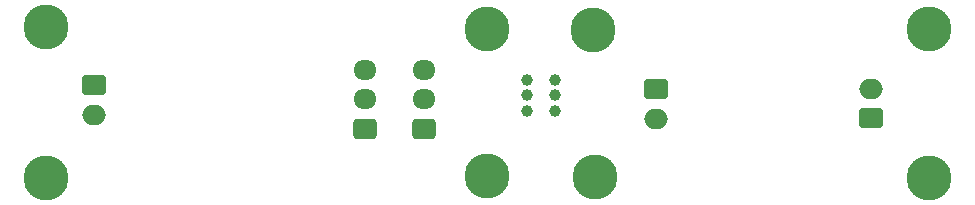
<source format=gbs>
%TF.GenerationSoftware,KiCad,Pcbnew,9.0.0*%
%TF.CreationDate,2025-04-24T22:58:58+03:00*%
%TF.ProjectId,PSU,5053552e-6b69-4636-9164-5f7063625858,rev?*%
%TF.SameCoordinates,Original*%
%TF.FileFunction,Soldermask,Bot*%
%TF.FilePolarity,Negative*%
%FSLAX46Y46*%
G04 Gerber Fmt 4.6, Leading zero omitted, Abs format (unit mm)*
G04 Created by KiCad (PCBNEW 9.0.0) date 2025-04-24 22:58:58*
%MOMM*%
%LPD*%
G01*
G04 APERTURE LIST*
G04 Aperture macros list*
%AMRoundRect*
0 Rectangle with rounded corners*
0 $1 Rounding radius*
0 $2 $3 $4 $5 $6 $7 $8 $9 X,Y pos of 4 corners*
0 Add a 4 corners polygon primitive as box body*
4,1,4,$2,$3,$4,$5,$6,$7,$8,$9,$2,$3,0*
0 Add four circle primitives for the rounded corners*
1,1,$1+$1,$2,$3*
1,1,$1+$1,$4,$5*
1,1,$1+$1,$6,$7*
1,1,$1+$1,$8,$9*
0 Add four rect primitives between the rounded corners*
20,1,$1+$1,$2,$3,$4,$5,0*
20,1,$1+$1,$4,$5,$6,$7,0*
20,1,$1+$1,$6,$7,$8,$9,0*
20,1,$1+$1,$8,$9,$2,$3,0*%
G04 Aperture macros list end*
%ADD10C,1.000000*%
%ADD11O,2.000000X1.700000*%
%ADD12RoundRect,0.250000X-0.750000X0.600000X-0.750000X-0.600000X0.750000X-0.600000X0.750000X0.600000X0*%
%ADD13O,1.950000X1.700000*%
%ADD14RoundRect,0.250000X0.725000X-0.600000X0.725000X0.600000X-0.725000X0.600000X-0.725000X-0.600000X0*%
%ADD15C,3.800000*%
%ADD16C,2.600000*%
%ADD17RoundRect,0.250000X0.750000X-0.600000X0.750000X0.600000X-0.750000X0.600000X-0.750000X-0.600000X0*%
G04 APERTURE END LIST*
D10*
%TO.C,*%
X133121400Y-101422200D03*
%TD*%
%TO.C,*%
X133121400Y-98780600D03*
%TD*%
%TO.C,*%
X133121400Y-100101400D03*
%TD*%
%TO.C,*%
X130784600Y-101396800D03*
%TD*%
%TO.C,*%
X130784600Y-98755200D03*
%TD*%
%TO.C,*%
X130784600Y-100076000D03*
%TD*%
D11*
%TO.C,J1*%
X94133500Y-101737800D03*
D12*
X94133500Y-99237800D03*
%TD*%
D13*
%TO.C,J3*%
X122052900Y-97931600D03*
X122052900Y-100431600D03*
D14*
X122052900Y-102931600D03*
%TD*%
D15*
%TO.C,H3*%
X90018700Y-94335600D03*
D16*
X90018700Y-94335600D03*
%TD*%
D15*
%TO.C,H4*%
X127356700Y-94462600D03*
D16*
X127356700Y-94462600D03*
%TD*%
D15*
%TO.C,H1*%
X127382100Y-106883200D03*
D16*
X127382100Y-106883200D03*
%TD*%
D15*
%TO.C,H2*%
X90018700Y-107061000D03*
D16*
X90018700Y-107061000D03*
%TD*%
D13*
%TO.C,J2*%
X117074500Y-97931600D03*
X117074500Y-100431600D03*
D14*
X117074500Y-102931600D03*
%TD*%
D15*
%TO.C,H8*%
X136486668Y-107004304D03*
D16*
X136486668Y-107004304D03*
%TD*%
D15*
%TO.C,H7*%
X136376218Y-94537158D03*
D16*
X136376218Y-94537158D03*
%TD*%
D15*
%TO.C,H5*%
X164849618Y-107059358D03*
D16*
X164849618Y-107059358D03*
%TD*%
D15*
%TO.C,H6*%
X164849618Y-94511758D03*
D16*
X164849618Y-94511758D03*
%TD*%
D11*
%TO.C,J4*%
X141735618Y-102086404D03*
D12*
X141735618Y-99586404D03*
%TD*%
D11*
%TO.C,J5*%
X159901418Y-99530204D03*
D17*
X159901418Y-102030204D03*
%TD*%
M02*

</source>
